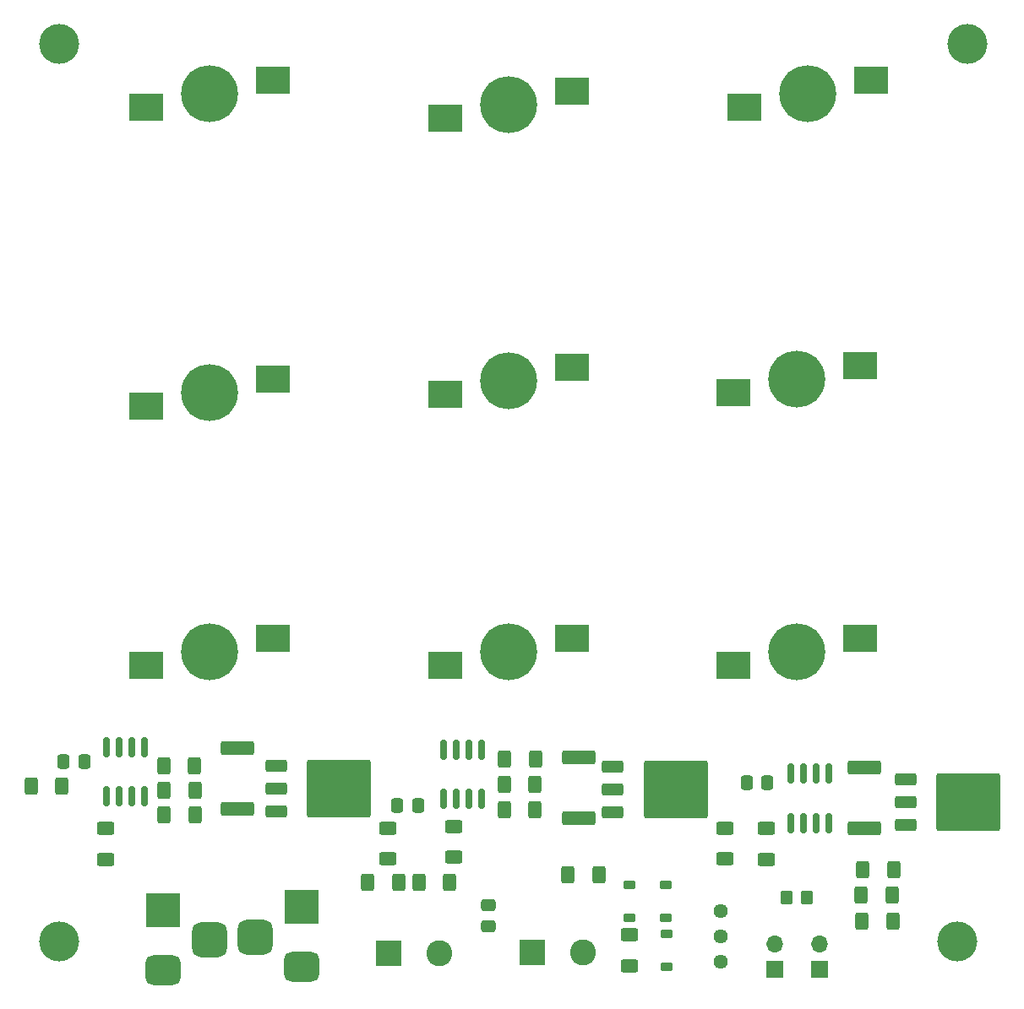
<source format=gbr>
%TF.GenerationSoftware,KiCad,Pcbnew,7.0.11+dfsg-1build4*%
%TF.CreationDate,2025-01-13T22:22:21-06:00*%
%TF.ProjectId,LEDpanel,4c454470-616e-4656-9c2e-6b696361645f,rev?*%
%TF.SameCoordinates,Original*%
%TF.FileFunction,Soldermask,Top*%
%TF.FilePolarity,Negative*%
%FSLAX46Y46*%
G04 Gerber Fmt 4.6, Leading zero omitted, Abs format (unit mm)*
G04 Created by KiCad (PCBNEW 7.0.11+dfsg-1build4) date 2025-01-13 22:22:21*
%MOMM*%
%LPD*%
G01*
G04 APERTURE LIST*
G04 Aperture macros list*
%AMRoundRect*
0 Rectangle with rounded corners*
0 $1 Rounding radius*
0 $2 $3 $4 $5 $6 $7 $8 $9 X,Y pos of 4 corners*
0 Add a 4 corners polygon primitive as box body*
4,1,4,$2,$3,$4,$5,$6,$7,$8,$9,$2,$3,0*
0 Add four circle primitives for the rounded corners*
1,1,$1+$1,$2,$3*
1,1,$1+$1,$4,$5*
1,1,$1+$1,$6,$7*
1,1,$1+$1,$8,$9*
0 Add four rect primitives between the rounded corners*
20,1,$1+$1,$2,$3,$4,$5,0*
20,1,$1+$1,$4,$5,$6,$7,0*
20,1,$1+$1,$6,$7,$8,$9,0*
20,1,$1+$1,$8,$9,$2,$3,0*%
G04 Aperture macros list end*
%ADD10R,3.500000X3.500000*%
%ADD11RoundRect,0.750000X1.000000X-0.750000X1.000000X0.750000X-1.000000X0.750000X-1.000000X-0.750000X0*%
%ADD12RoundRect,0.875000X0.875000X-0.875000X0.875000X0.875000X-0.875000X0.875000X-0.875000X-0.875000X0*%
%ADD13RoundRect,0.250000X-0.400000X-0.625000X0.400000X-0.625000X0.400000X0.625000X-0.400000X0.625000X0*%
%ADD14RoundRect,0.225000X-0.375000X0.225000X-0.375000X-0.225000X0.375000X-0.225000X0.375000X0.225000X0*%
%ADD15RoundRect,0.250000X-0.625000X0.400000X-0.625000X-0.400000X0.625000X-0.400000X0.625000X0.400000X0*%
%ADD16C,4.000000*%
%ADD17RoundRect,0.150000X-0.150000X0.825000X-0.150000X-0.825000X0.150000X-0.825000X0.150000X0.825000X0*%
%ADD18C,1.440000*%
%ADD19R,2.600000X2.600000*%
%ADD20C,2.600000*%
%ADD21RoundRect,0.250000X0.625000X-0.400000X0.625000X0.400000X-0.625000X0.400000X-0.625000X-0.400000X0*%
%ADD22R,1.700000X1.700000*%
%ADD23O,1.700000X1.700000*%
%ADD24RoundRect,0.250000X0.337500X0.475000X-0.337500X0.475000X-0.337500X-0.475000X0.337500X-0.475000X0*%
%ADD25RoundRect,0.250000X-0.475000X0.337500X-0.475000X-0.337500X0.475000X-0.337500X0.475000X0.337500X0*%
%ADD26R,3.500000X2.700000*%
%ADD27C,5.700000*%
%ADD28RoundRect,0.250000X-0.350000X-0.450000X0.350000X-0.450000X0.350000X0.450000X-0.350000X0.450000X0*%
%ADD29RoundRect,0.250000X-0.850000X-0.350000X0.850000X-0.350000X0.850000X0.350000X-0.850000X0.350000X0*%
%ADD30RoundRect,0.249997X-2.950003X-2.650003X2.950003X-2.650003X2.950003X2.650003X-2.950003X2.650003X0*%
%ADD31RoundRect,0.225000X0.375000X-0.225000X0.375000X0.225000X-0.375000X0.225000X-0.375000X-0.225000X0*%
%ADD32RoundRect,0.249999X1.425001X-0.450001X1.425001X0.450001X-1.425001X0.450001X-1.425001X-0.450001X0*%
G04 APERTURE END LIST*
D10*
%TO.C,J1*%
X40350000Y-116900000D03*
D11*
X40350000Y-122900000D03*
D12*
X45050000Y-119900000D03*
%TD*%
D13*
%TO.C,R9*%
X74570000Y-106840000D03*
X77670000Y-106840000D03*
%TD*%
%TO.C,R8*%
X74570000Y-104280000D03*
X77670000Y-104280000D03*
%TD*%
D14*
%TO.C,D2*%
X87080000Y-114330000D03*
X87080000Y-117630000D03*
%TD*%
D15*
%TO.C,R5*%
X87070000Y-119400000D03*
X87070000Y-122500000D03*
%TD*%
D13*
%TO.C,R3*%
X40470000Y-104890000D03*
X43570000Y-104890000D03*
%TD*%
D16*
%TO.C,H11*%
X30000000Y-120000000D03*
%TD*%
D13*
%TO.C,R4*%
X40440000Y-102460000D03*
X43540000Y-102460000D03*
%TD*%
D17*
%TO.C,U2*%
X107070000Y-103210000D03*
X105800000Y-103210000D03*
X104530000Y-103210000D03*
X103260000Y-103210000D03*
X103260000Y-108160000D03*
X104530000Y-108160000D03*
X105800000Y-108160000D03*
X107070000Y-108160000D03*
%TD*%
D13*
%TO.C,R18*%
X66000000Y-114130000D03*
X69100000Y-114130000D03*
%TD*%
D18*
%TO.C,RV1*%
X96250000Y-122100000D03*
X96250000Y-119560000D03*
X96250000Y-117020000D03*
%TD*%
D13*
%TO.C,R12*%
X110340000Y-115350000D03*
X113440000Y-115350000D03*
%TD*%
D19*
%TO.C,J3*%
X77340000Y-121140000D03*
D20*
X82420000Y-121140000D03*
%TD*%
D21*
%TO.C,R21*%
X96710000Y-111780000D03*
X96710000Y-108680000D03*
%TD*%
D13*
%TO.C,R22*%
X80950000Y-113380000D03*
X84050000Y-113380000D03*
%TD*%
D22*
%TO.C,JP1*%
X106200000Y-122800000D03*
D23*
X106200000Y-120260000D03*
%TD*%
D17*
%TO.C,U1*%
X38485000Y-100535000D03*
X37215000Y-100535000D03*
X35945000Y-100535000D03*
X34675000Y-100535000D03*
X34675000Y-105485000D03*
X35945000Y-105485000D03*
X37215000Y-105485000D03*
X38485000Y-105485000D03*
%TD*%
D24*
%TO.C,C4*%
X32490000Y-102020000D03*
X30415000Y-102020000D03*
%TD*%
D25*
%TO.C,C1*%
X72970000Y-116422500D03*
X72970000Y-118497500D03*
%TD*%
D26*
%TO.C,D5*%
X38650000Y-66350000D03*
X51350000Y-63650000D03*
D27*
X45000000Y-65000000D03*
%TD*%
D13*
%TO.C,R7*%
X74590000Y-101770000D03*
X77690000Y-101770000D03*
%TD*%
D28*
%TO.C,R6*%
X102850000Y-115670000D03*
X104850000Y-115670000D03*
%TD*%
D29*
%TO.C,Q1*%
X51700000Y-102420000D03*
X51700000Y-104700000D03*
D30*
X58000000Y-104700000D03*
D29*
X51700000Y-106980000D03*
%TD*%
D26*
%TO.C,D6*%
X38650000Y-36350000D03*
X51350000Y-33650000D03*
D27*
X45000000Y-35000000D03*
%TD*%
D21*
%TO.C,R17*%
X100820000Y-111830000D03*
X100820000Y-108730000D03*
%TD*%
%TO.C,R15*%
X34590000Y-111790000D03*
X34590000Y-108690000D03*
%TD*%
D26*
%TO.C,D1*%
X38650000Y-92350000D03*
X51350000Y-89650000D03*
D27*
X45000000Y-91000000D03*
%TD*%
D29*
%TO.C,Q2*%
X85450000Y-102550000D03*
X85450000Y-104830000D03*
D30*
X91750000Y-104830000D03*
D29*
X85450000Y-107110000D03*
%TD*%
D13*
%TO.C,R23*%
X60880000Y-114150000D03*
X63980000Y-114150000D03*
%TD*%
D26*
%TO.C,D12*%
X97500000Y-92350000D03*
X110200000Y-89650000D03*
D27*
X103850000Y-91000000D03*
%TD*%
D26*
%TO.C,D11*%
X97500000Y-65000000D03*
X110200000Y-62300000D03*
D27*
X103850000Y-63650000D03*
%TD*%
D21*
%TO.C,R20*%
X62870000Y-111780000D03*
X62870000Y-108680000D03*
%TD*%
D26*
%TO.C,D10*%
X98650000Y-36350000D03*
X111350000Y-33650000D03*
D27*
X105000000Y-35000000D03*
%TD*%
D22*
%TO.C,J4*%
X101650000Y-122850000D03*
D23*
X101650000Y-120310000D03*
%TD*%
D17*
%TO.C,U3*%
X72325000Y-100805000D03*
X71055000Y-100805000D03*
X69785000Y-100805000D03*
X68515000Y-100805000D03*
X68515000Y-105755000D03*
X69785000Y-105755000D03*
X71055000Y-105755000D03*
X72325000Y-105755000D03*
%TD*%
D26*
%TO.C,D7*%
X68650000Y-37500000D03*
X81350000Y-34800000D03*
D27*
X75000000Y-36150000D03*
%TD*%
D31*
%TO.C,D3*%
X90760000Y-117630000D03*
X90760000Y-114330000D03*
%TD*%
%TO.C,D4*%
X90810000Y-122570000D03*
X90810000Y-119270000D03*
%TD*%
D26*
%TO.C,D8*%
X68650000Y-65200000D03*
X81350000Y-62500000D03*
D27*
X75000000Y-63850000D03*
%TD*%
D13*
%TO.C,R13*%
X110390000Y-118020000D03*
X113490000Y-118020000D03*
%TD*%
D21*
%TO.C,R16*%
X69530000Y-111610000D03*
X69530000Y-108510000D03*
%TD*%
D16*
%TO.C,H4*%
X30000000Y-30000000D03*
%TD*%
D13*
%TO.C,R2*%
X40470000Y-107350000D03*
X43570000Y-107350000D03*
%TD*%
D32*
%TO.C,R10*%
X82030000Y-107650000D03*
X82030000Y-101550000D03*
%TD*%
D26*
%TO.C,D9*%
X68650000Y-92350000D03*
X81350000Y-89650000D03*
D27*
X75000000Y-91000000D03*
%TD*%
D13*
%TO.C,R19*%
X27130000Y-104490000D03*
X30230000Y-104490000D03*
%TD*%
D19*
%TO.C,SW1*%
X62960000Y-121230000D03*
D20*
X68040000Y-121230000D03*
%TD*%
D32*
%TO.C,R1*%
X47790000Y-106780000D03*
X47790000Y-100680000D03*
%TD*%
D24*
%TO.C,C3*%
X100935000Y-104130000D03*
X98860000Y-104130000D03*
%TD*%
D16*
%TO.C,H5*%
X120000000Y-120000000D03*
%TD*%
D13*
%TO.C,R11*%
X110490000Y-112810000D03*
X113590000Y-112810000D03*
%TD*%
D24*
%TO.C,C2*%
X65907500Y-106420000D03*
X63832500Y-106420000D03*
%TD*%
D16*
%TO.C,H6*%
X121000000Y-30000000D03*
%TD*%
D32*
%TO.C,R14*%
X110690000Y-108700000D03*
X110690000Y-102600000D03*
%TD*%
D29*
%TO.C,Q3*%
X114760000Y-103800000D03*
X114760000Y-106080000D03*
D30*
X121060000Y-106080000D03*
D29*
X114760000Y-108360000D03*
%TD*%
D10*
%TO.C,J2*%
X54300000Y-116600000D03*
D11*
X54300000Y-122600000D03*
D12*
X49600000Y-119600000D03*
%TD*%
M02*

</source>
